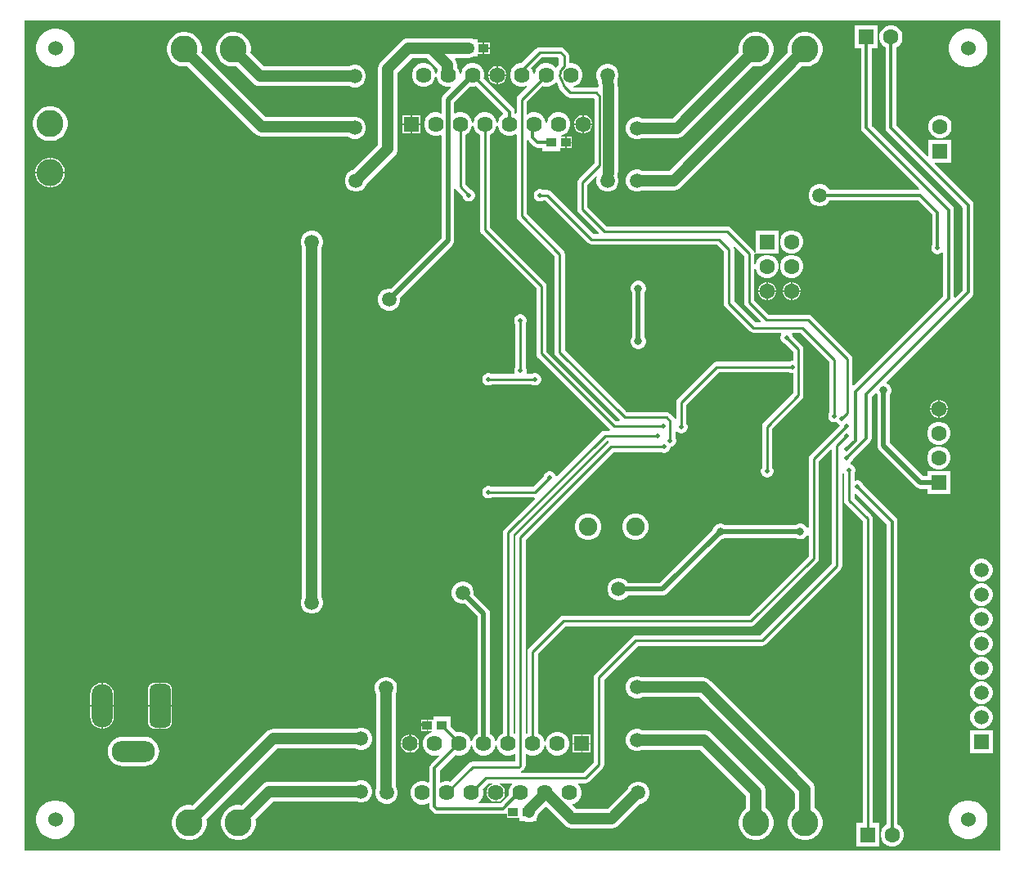
<source format=gbl>
G04*
G04 #@! TF.GenerationSoftware,Altium Limited,Altium Designer,24.1.2 (44)*
G04*
G04 Layer_Physical_Order=2*
G04 Layer_Color=16711680*
%FSLAX44Y44*%
%MOMM*%
G71*
G04*
G04 #@! TF.SameCoordinates,3D4D6B29-C5DB-4252-9A0B-4BD64E52DF01*
G04*
G04*
G04 #@! TF.FilePolarity,Positive*
G04*
G01*
G75*
%ADD13C,0.2500*%
%ADD21R,1.0000X0.9500*%
%ADD72C,0.3000*%
%ADD74C,0.5000*%
%ADD75C,1.2000*%
%ADD81C,1.6000*%
%ADD82R,1.6000X1.6000*%
%ADD83C,2.7940*%
%ADD84C,1.5240*%
%ADD85C,1.5200*%
%ADD86R,1.5200X1.5200*%
%ADD87R,1.6200X1.6200*%
%ADD88C,1.6200*%
%ADD89O,2.2000X4.5000*%
%ADD90O,4.5000X2.2000*%
G04:AMPARAMS|DCode=91|XSize=2.2mm|YSize=4.5mm|CornerRadius=0.55mm|HoleSize=0mm|Usage=FLASHONLY|Rotation=0.000|XOffset=0mm|YOffset=0mm|HoleType=Round|Shape=RoundedRectangle|*
%AMROUNDEDRECTD91*
21,1,2.2000,3.4000,0,0,0.0*
21,1,1.1000,4.5000,0,0,0.0*
1,1,1.1000,0.5500,-1.7000*
1,1,1.1000,-0.5500,-1.7000*
1,1,1.1000,-0.5500,1.7000*
1,1,1.1000,0.5500,1.7000*
%
%ADD91ROUNDEDRECTD91*%
%ADD92C,1.9050*%
%ADD93R,1.6000X1.6000*%
%ADD94C,1.5000*%
%ADD95C,0.5000*%
%ADD96C,0.3000*%
%ADD97C,0.8000*%
G36*
X1012000Y2134D02*
X1011866Y2000D01*
X2500D01*
X2000Y2500D01*
Y860750D01*
X1012000D01*
Y2134D01*
D02*
G37*
%LPC*%
G36*
X483550Y838490D02*
X477915D01*
Y833105D01*
X483550D01*
Y838490D01*
D02*
G37*
G36*
Y831835D02*
X477915D01*
Y826450D01*
X483550D01*
Y831835D01*
D02*
G37*
G36*
X811910Y849170D02*
X808370D01*
X804898Y848479D01*
X801628Y847125D01*
X798685Y845158D01*
X796182Y842655D01*
X794215Y839712D01*
X792861Y836442D01*
X792170Y832970D01*
Y829430D01*
X792491Y827815D01*
X670072Y705396D01*
X641680D01*
X640589Y706026D01*
X637664Y706810D01*
X634636D01*
X631711Y706026D01*
X629089Y704512D01*
X626948Y702371D01*
X625434Y699749D01*
X624650Y696824D01*
Y693796D01*
X625434Y690871D01*
X626948Y688249D01*
X629089Y686108D01*
X631711Y684594D01*
X634636Y683810D01*
X637664D01*
X640589Y684594D01*
X641680Y685224D01*
X674250D01*
X676861Y685567D01*
X679293Y686575D01*
X681382Y688178D01*
X806755Y813551D01*
X808370Y813230D01*
X811910D01*
X815382Y813921D01*
X818652Y815275D01*
X821595Y817242D01*
X824098Y819745D01*
X826065Y822688D01*
X827419Y825958D01*
X828110Y829430D01*
Y832970D01*
X827419Y836442D01*
X826065Y839712D01*
X824098Y842655D01*
X821595Y845158D01*
X818652Y847125D01*
X815382Y848479D01*
X811910Y849170D01*
D02*
G37*
G36*
X761110D02*
X757570D01*
X754098Y848479D01*
X750828Y847125D01*
X747885Y845158D01*
X745382Y842655D01*
X743415Y839712D01*
X742061Y836442D01*
X741370Y832970D01*
Y829430D01*
X741691Y827815D01*
X673424Y759548D01*
X641680D01*
X640589Y760178D01*
X637664Y760962D01*
X634636D01*
X631711Y760178D01*
X629089Y758664D01*
X626948Y756523D01*
X625434Y753901D01*
X624650Y750976D01*
Y747948D01*
X625434Y745023D01*
X626948Y742401D01*
X629089Y740259D01*
X631711Y738745D01*
X634636Y737962D01*
X637664D01*
X640589Y738745D01*
X641680Y739376D01*
X677602D01*
X680212Y739719D01*
X682645Y740727D01*
X684734Y742330D01*
X755955Y813551D01*
X757570Y813230D01*
X761110D01*
X764582Y813921D01*
X767852Y815275D01*
X770795Y817242D01*
X773298Y819745D01*
X775265Y822688D01*
X776619Y825958D01*
X777310Y829430D01*
Y832970D01*
X776619Y836442D01*
X775265Y839712D01*
X773298Y842655D01*
X770795Y845158D01*
X767852Y847125D01*
X764582Y848479D01*
X761110Y849170D01*
D02*
G37*
G36*
X981020Y852470D02*
X977080D01*
X973216Y851701D01*
X969576Y850194D01*
X966301Y848005D01*
X963515Y845219D01*
X961326Y841944D01*
X959819Y838304D01*
X959050Y834440D01*
Y830500D01*
X959819Y826636D01*
X961326Y822996D01*
X963515Y819721D01*
X966301Y816935D01*
X969576Y814746D01*
X973216Y813239D01*
X977080Y812470D01*
X981020D01*
X984884Y813239D01*
X988523Y814746D01*
X991799Y816935D01*
X994585Y819721D01*
X996774Y822996D01*
X998281Y826636D01*
X999050Y830500D01*
Y834440D01*
X998281Y838304D01*
X996774Y841944D01*
X994585Y845219D01*
X991799Y848005D01*
X988523Y850194D01*
X984884Y851701D01*
X981020Y852470D01*
D02*
G37*
G36*
X36140D02*
X32200D01*
X28336Y851701D01*
X24697Y850194D01*
X21421Y848005D01*
X18635Y845219D01*
X16446Y841944D01*
X14939Y838304D01*
X14170Y834440D01*
Y830500D01*
X14939Y826636D01*
X16446Y822996D01*
X18635Y819721D01*
X21421Y816935D01*
X24697Y814746D01*
X28336Y813239D01*
X32200Y812470D01*
X36140D01*
X40004Y813239D01*
X43643Y814746D01*
X46919Y816935D01*
X49705Y819721D01*
X51894Y822996D01*
X53401Y826636D01*
X54170Y830500D01*
Y834440D01*
X53401Y838304D01*
X51894Y841944D01*
X49705Y845219D01*
X46919Y848005D01*
X43643Y850194D01*
X40004Y851701D01*
X36140Y852470D01*
D02*
G37*
G36*
X492604Y813900D02*
X492005D01*
Y805165D01*
X500740D01*
Y805764D01*
X500101Y808147D01*
X498868Y810283D01*
X497123Y812028D01*
X494987Y813261D01*
X492604Y813900D01*
D02*
G37*
G36*
X490735D02*
X490136D01*
X487753Y813261D01*
X485617Y812028D01*
X483872Y810283D01*
X482639Y808147D01*
X482000Y805764D01*
Y805165D01*
X490735D01*
Y813900D01*
D02*
G37*
G36*
X500740Y803895D02*
X492005D01*
Y795160D01*
X492604D01*
X494987Y795799D01*
X497123Y797032D01*
X498868Y798777D01*
X500101Y800913D01*
X500740Y803296D01*
Y803895D01*
D02*
G37*
G36*
X490735D02*
X482000D01*
Y803296D01*
X482639Y800913D01*
X483872Y798777D01*
X485617Y797032D01*
X487753Y795799D01*
X490136Y795160D01*
X490735D01*
Y803895D01*
D02*
G37*
G36*
X220090Y849170D02*
X216550D01*
X213078Y848479D01*
X209808Y847125D01*
X206865Y845158D01*
X204362Y842655D01*
X202395Y839712D01*
X201041Y836442D01*
X200350Y832970D01*
Y829430D01*
X201041Y825958D01*
X202395Y822688D01*
X204362Y819745D01*
X206865Y817242D01*
X209808Y815275D01*
X213078Y813921D01*
X216550Y813230D01*
X220090D01*
X221705Y813551D01*
X239128Y796128D01*
X241217Y794525D01*
X243650Y793517D01*
X246260Y793174D01*
X270390D01*
X271355Y793301D01*
X338688D01*
X339559Y792798D01*
X342484Y792014D01*
X345512D01*
X348437Y792798D01*
X351059Y794312D01*
X353200Y796453D01*
X354714Y799075D01*
X355498Y802000D01*
Y805028D01*
X354714Y807953D01*
X353200Y810575D01*
X351059Y812716D01*
X348437Y814230D01*
X345512Y815014D01*
X342484D01*
X339559Y814230D01*
X338247Y813473D01*
X270517D01*
X269552Y813346D01*
X250438D01*
X235969Y827815D01*
X236290Y829430D01*
Y832970D01*
X235599Y836442D01*
X234245Y839712D01*
X232278Y842655D01*
X229775Y845158D01*
X226832Y847125D01*
X223562Y848479D01*
X220090Y849170D01*
D02*
G37*
G36*
X411840Y763100D02*
X403105D01*
Y754365D01*
X411840D01*
Y763100D01*
D02*
G37*
G36*
X401835D02*
X393100D01*
Y754365D01*
X401835D01*
Y763100D01*
D02*
G37*
G36*
X411840Y753095D02*
X403105D01*
Y744360D01*
X411840D01*
Y753095D01*
D02*
G37*
G36*
X401835D02*
X393100D01*
Y744360D01*
X401835D01*
Y753095D01*
D02*
G37*
G36*
X951420Y763190D02*
X948260D01*
X945208Y762372D01*
X942472Y760792D01*
X940238Y758558D01*
X938658Y755822D01*
X937840Y752770D01*
Y749610D01*
X938658Y746558D01*
X940238Y743822D01*
X942472Y741588D01*
X945208Y740008D01*
X948260Y739190D01*
X951420D01*
X954472Y740008D01*
X957208Y741588D01*
X959442Y743822D01*
X961022Y746558D01*
X961840Y749610D01*
Y752770D01*
X961022Y755822D01*
X959442Y758558D01*
X957208Y760792D01*
X954472Y762372D01*
X951420Y763190D01*
D02*
G37*
G36*
X169290Y849170D02*
X165750D01*
X162278Y848479D01*
X159008Y847125D01*
X156065Y845158D01*
X153562Y842655D01*
X151595Y839712D01*
X150241Y836442D01*
X149550Y832970D01*
Y829430D01*
X150241Y825958D01*
X151595Y822688D01*
X153562Y819745D01*
X156065Y817242D01*
X159008Y815275D01*
X162278Y813921D01*
X165750Y813230D01*
X169290D01*
X170905Y813551D01*
X240398Y744058D01*
X242487Y742455D01*
X244919Y741447D01*
X247530Y741104D01*
X336603D01*
X336989Y740718D01*
X339611Y739204D01*
X342536Y738420D01*
X345564D01*
X348489Y739204D01*
X351111Y740718D01*
X353252Y742859D01*
X354766Y745481D01*
X355550Y748406D01*
Y751434D01*
X354766Y754359D01*
X353252Y756981D01*
X351111Y759122D01*
X348489Y760636D01*
X345564Y761420D01*
X342536D01*
X341989Y761273D01*
X341968Y761276D01*
X251708D01*
X185169Y827815D01*
X185490Y829430D01*
Y832970D01*
X184799Y836442D01*
X183445Y839712D01*
X181478Y842655D01*
X178975Y845158D01*
X176032Y847125D01*
X172762Y848479D01*
X169290Y849170D01*
D02*
G37*
G36*
X30520Y772270D02*
X26980D01*
X23508Y771579D01*
X20238Y770225D01*
X17295Y768258D01*
X14792Y765755D01*
X12825Y762812D01*
X11471Y759542D01*
X10780Y756070D01*
Y752530D01*
X11471Y749058D01*
X12825Y745788D01*
X14792Y742845D01*
X17295Y740342D01*
X20238Y738375D01*
X23508Y737021D01*
X26980Y736330D01*
X30520D01*
X33992Y737021D01*
X37262Y738375D01*
X40205Y740342D01*
X42708Y742845D01*
X44675Y745788D01*
X46029Y749058D01*
X46720Y752530D01*
Y756070D01*
X46029Y759542D01*
X44675Y762812D01*
X42708Y765755D01*
X40205Y768258D01*
X37262Y770225D01*
X33992Y771579D01*
X30520Y772270D01*
D02*
G37*
G36*
X30251Y718740D02*
X29385D01*
Y704135D01*
X43990D01*
Y705001D01*
X43404Y707945D01*
X42256Y710719D01*
X40588Y713215D01*
X38465Y715338D01*
X35969Y717005D01*
X33195Y718154D01*
X30251Y718740D01*
D02*
G37*
G36*
X28115D02*
X27249D01*
X24305Y718154D01*
X21531Y717005D01*
X19035Y715338D01*
X16912Y713215D01*
X15244Y710719D01*
X14096Y707945D01*
X13510Y705001D01*
Y704135D01*
X28115D01*
Y718740D01*
D02*
G37*
G36*
X43990Y702865D02*
X29385D01*
Y688260D01*
X30251D01*
X33195Y688846D01*
X35969Y689995D01*
X38465Y691662D01*
X40588Y693785D01*
X42256Y696281D01*
X43404Y699055D01*
X43990Y701999D01*
Y702865D01*
D02*
G37*
G36*
X28115D02*
X13510D01*
Y701999D01*
X14096Y699055D01*
X15244Y696281D01*
X16912Y693785D01*
X19035Y691662D01*
X21531Y689995D01*
X24305Y688846D01*
X27249Y688260D01*
X28115D01*
Y702865D01*
D02*
G37*
G36*
X797750Y643810D02*
X794590D01*
X791538Y642992D01*
X788802Y641412D01*
X786568Y639178D01*
X784988Y636442D01*
X784170Y633390D01*
Y630230D01*
X784988Y627178D01*
X786568Y624442D01*
X788802Y622208D01*
X791538Y620628D01*
X794590Y619810D01*
X797750D01*
X800802Y620628D01*
X803538Y622208D01*
X805772Y624442D01*
X807352Y627178D01*
X808170Y630230D01*
Y633390D01*
X807352Y636442D01*
X805772Y639178D01*
X803538Y641412D01*
X800802Y642992D01*
X797750Y643810D01*
D02*
G37*
G36*
Y618410D02*
X794590D01*
X791538Y617592D01*
X788802Y616012D01*
X786568Y613778D01*
X784988Y611042D01*
X784170Y607990D01*
Y604830D01*
X784988Y601778D01*
X786568Y599042D01*
X788802Y596808D01*
X791538Y595228D01*
X794590Y594410D01*
X797750D01*
X800802Y595228D01*
X803538Y596808D01*
X805772Y599042D01*
X807352Y601778D01*
X808170Y604830D01*
Y607990D01*
X807352Y611042D01*
X805772Y613778D01*
X803538Y616012D01*
X800802Y617592D01*
X797750Y618410D01*
D02*
G37*
G36*
X797390Y590280D02*
X796805D01*
Y581645D01*
X805440D01*
Y582230D01*
X804808Y584588D01*
X803588Y586702D01*
X801862Y588428D01*
X799748Y589648D01*
X797390Y590280D01*
D02*
G37*
G36*
X771990D02*
X771405D01*
Y581645D01*
X780040D01*
Y582230D01*
X779408Y584588D01*
X778188Y586702D01*
X776462Y588428D01*
X774348Y589648D01*
X771990Y590280D01*
D02*
G37*
G36*
X795535D02*
X794950D01*
X792592Y589648D01*
X790478Y588428D01*
X788752Y586702D01*
X787532Y584588D01*
X786900Y582230D01*
Y581645D01*
X795535D01*
Y590280D01*
D02*
G37*
G36*
X770135D02*
X769550D01*
X767192Y589648D01*
X765078Y588428D01*
X763352Y586702D01*
X762132Y584588D01*
X761500Y582230D01*
Y581645D01*
X770135D01*
Y590280D01*
D02*
G37*
G36*
X900620Y855900D02*
X897460D01*
X894408Y855082D01*
X891672Y853502D01*
X889438Y851268D01*
X887858Y848532D01*
X887040Y845480D01*
Y842320D01*
X887858Y839268D01*
X889438Y836532D01*
X891672Y834298D01*
X893432Y833281D01*
Y749920D01*
X893859Y747774D01*
X895075Y745955D01*
X973442Y667587D01*
Y582063D01*
X965608Y574228D01*
X964338Y574754D01*
Y664830D01*
X963911Y666976D01*
X962695Y668795D01*
X879248Y752243D01*
Y831900D01*
X885640D01*
Y855900D01*
X861640D01*
Y831900D01*
X868032D01*
Y749920D01*
X868459Y747774D01*
X869675Y745955D01*
X928682Y686948D01*
X928156Y685678D01*
X835421D01*
X834582Y687131D01*
X832441Y689272D01*
X829819Y690786D01*
X826894Y691570D01*
X823866D01*
X820941Y690786D01*
X818319Y689272D01*
X816178Y687131D01*
X814664Y684509D01*
X813880Y681584D01*
Y678556D01*
X814664Y675631D01*
X816178Y673009D01*
X818319Y670868D01*
X820941Y669354D01*
X823866Y668570D01*
X826894D01*
X829819Y669354D01*
X832441Y670868D01*
X834582Y673009D01*
X835421Y674462D01*
X927197D01*
X941692Y659967D01*
Y628747D01*
X941243Y627969D01*
X940800Y626316D01*
Y624604D01*
X941243Y622951D01*
X942099Y621469D01*
X943309Y620259D01*
X944791Y619403D01*
X946444Y618960D01*
X948156D01*
X949809Y619403D01*
X951291Y620259D01*
X951852Y620820D01*
X953122Y620294D01*
Y575713D01*
X860455Y483046D01*
X859282Y483532D01*
Y510551D01*
X858875Y512599D01*
X857714Y514336D01*
X817074Y554976D01*
X815338Y556136D01*
X813289Y556544D01*
X772326D01*
X757682Y571188D01*
Y603984D01*
X758952Y604151D01*
X759588Y601778D01*
X761168Y599042D01*
X763402Y596808D01*
X766138Y595228D01*
X769190Y594410D01*
X772350D01*
X775402Y595228D01*
X778138Y596808D01*
X780372Y599042D01*
X781952Y601778D01*
X782770Y604830D01*
Y607990D01*
X781952Y611042D01*
X780372Y613778D01*
X778138Y616012D01*
X775402Y617592D01*
X772350Y618410D01*
X769190D01*
X766138Y617592D01*
X763402Y616012D01*
X761168Y613778D01*
X759588Y611042D01*
X758952Y608669D01*
X757682Y608836D01*
Y618288D01*
X757869Y619446D01*
X757869Y619446D01*
Y619446D01*
X758261Y619605D01*
X759420Y619810D01*
X759420D01*
Y619810D01*
X782770D01*
Y643810D01*
X758770D01*
Y621075D01*
X758770Y620977D01*
X758753Y620809D01*
X757563Y620692D01*
Y620692D01*
X757563D01*
X757275Y621819D01*
X757222Y621898D01*
X756114Y623556D01*
X733174Y646496D01*
X731438Y647656D01*
X729389Y648064D01*
X604766D01*
X584962Y667868D01*
Y691214D01*
X593691Y699942D01*
X594829Y699285D01*
X594170Y696824D01*
Y693796D01*
X594954Y690871D01*
X596468Y688249D01*
X598609Y686108D01*
X601231Y684594D01*
X604156Y683810D01*
X607184D01*
X610109Y684594D01*
X612731Y686108D01*
X614872Y688249D01*
X616386Y690871D01*
X617170Y693796D01*
Y696824D01*
X616386Y699749D01*
X616144Y700168D01*
X616618Y706553D01*
X616596Y706927D01*
X616646Y707299D01*
Y786242D01*
X616613Y786487D01*
X616634Y786732D01*
X616015Y799448D01*
X616386Y800091D01*
X617170Y803016D01*
Y806044D01*
X616386Y808969D01*
X614872Y811591D01*
X612731Y813732D01*
X610109Y815246D01*
X607184Y816030D01*
X604156D01*
X601231Y815246D01*
X598609Y813732D01*
X596468Y811591D01*
X594954Y808969D01*
X594170Y806044D01*
Y803016D01*
X594954Y800091D01*
X595864Y798514D01*
X596175Y792132D01*
X594947Y791221D01*
X593579Y791494D01*
X570575D01*
X570408Y792764D01*
X572240Y793255D01*
X575000Y794848D01*
X577252Y797100D01*
X578845Y799860D01*
X579670Y802937D01*
Y806123D01*
X578845Y809200D01*
X577252Y811960D01*
X575000Y814212D01*
X572240Y815805D01*
X569163Y816630D01*
X565977D01*
X565912Y816680D01*
Y824241D01*
X565505Y826289D01*
X564344Y828026D01*
X560534Y831836D01*
X558798Y832996D01*
X556749Y833404D01*
X535159D01*
X533111Y832996D01*
X531374Y831836D01*
X516168Y816630D01*
X515177D01*
X512100Y815805D01*
X509340Y814212D01*
X507088Y811960D01*
X505495Y809200D01*
X504670Y806123D01*
Y802937D01*
X505495Y799860D01*
X507088Y797100D01*
X509340Y794848D01*
X512100Y793255D01*
X515177Y792430D01*
X518363D01*
X521440Y793255D01*
X521649Y793375D01*
X522429Y792359D01*
X512985Y782915D01*
X511825Y781178D01*
X511417Y779130D01*
Y765651D01*
X510147Y764918D01*
X509678Y765189D01*
Y766430D01*
X509251Y768576D01*
X508035Y770395D01*
X477525Y800905D01*
X478070Y802937D01*
Y806123D01*
X477245Y809200D01*
X475652Y811960D01*
X473400Y814212D01*
X470640Y815805D01*
X467563Y816630D01*
X464377D01*
X461300Y815805D01*
X458540Y814212D01*
X456288Y811960D01*
X454695Y809200D01*
X453870Y806123D01*
X452670D01*
X451845Y809200D01*
X450252Y811960D01*
X449853Y812359D01*
Y815360D01*
X449509Y817971D01*
X448501Y820403D01*
X447856Y821245D01*
X448417Y822384D01*
X462280D01*
X464891Y822727D01*
X467287Y823720D01*
X471280D01*
Y826450D01*
X476645D01*
Y832470D01*
X477280D01*
D01*
X476645D01*
Y838490D01*
X471280D01*
Y841220D01*
X467287D01*
X464891Y842213D01*
X462280Y842556D01*
X399339D01*
X396729Y842213D01*
X394296Y841205D01*
X392207Y839602D01*
X371208Y818603D01*
X369605Y816514D01*
X368597Y814081D01*
X368254Y811470D01*
Y732508D01*
X342098Y706352D01*
X340881Y706026D01*
X338259Y704512D01*
X336118Y702371D01*
X334604Y699749D01*
X333820Y696824D01*
Y693796D01*
X334604Y690871D01*
X336118Y688249D01*
X338259Y686108D01*
X340881Y684594D01*
X343806Y683810D01*
X346834D01*
X349759Y684594D01*
X352381Y686108D01*
X354522Y688249D01*
X356036Y690871D01*
X356362Y692088D01*
X385472Y721198D01*
X387075Y723287D01*
X388083Y725720D01*
X388426Y728330D01*
Y807293D01*
X403517Y822384D01*
X418479D01*
X429680Y811182D01*
Y809868D01*
X429295Y809200D01*
X428470Y806123D01*
X427270D01*
X426445Y809200D01*
X424852Y811960D01*
X422600Y814212D01*
X419840Y815805D01*
X416763Y816630D01*
X413577D01*
X410500Y815805D01*
X407740Y814212D01*
X405488Y811960D01*
X403895Y809200D01*
X403070Y806123D01*
Y802937D01*
X403895Y799860D01*
X405488Y797100D01*
X407740Y794848D01*
X410500Y793255D01*
X413577Y792430D01*
X416763D01*
X419840Y793255D01*
X422600Y794848D01*
X424852Y797100D01*
X426445Y799860D01*
X427270Y802937D01*
X428470D01*
X429295Y799860D01*
X430888Y797100D01*
X433140Y794848D01*
X435900Y793255D01*
X438977Y792430D01*
X442163D01*
X443036Y792664D01*
X443694Y791525D01*
X435834Y783666D01*
X434792Y782308D01*
X434137Y780727D01*
X433914Y779030D01*
Y765482D01*
X432814Y764847D01*
X432540Y765005D01*
X429463Y765830D01*
X426277D01*
X423200Y765005D01*
X420440Y763412D01*
X418188Y761160D01*
X416595Y758400D01*
X415770Y755323D01*
Y752137D01*
X416595Y749060D01*
X418188Y746300D01*
X420440Y744048D01*
X423200Y742455D01*
X426277Y741630D01*
X429463D01*
X432540Y742455D01*
X432814Y742613D01*
X433914Y741978D01*
Y635696D01*
X381687Y583469D01*
X381124Y583620D01*
X378096D01*
X375171Y582836D01*
X372549Y581322D01*
X370408Y579181D01*
X368894Y576559D01*
X368110Y573634D01*
Y570606D01*
X368894Y567681D01*
X370408Y565059D01*
X372549Y562918D01*
X375171Y561404D01*
X378096Y560620D01*
X381124D01*
X384049Y561404D01*
X386671Y562918D01*
X388812Y565059D01*
X390326Y567681D01*
X391110Y570606D01*
Y573634D01*
X390959Y574197D01*
X445106Y628344D01*
X446148Y629702D01*
X446803Y631283D01*
X447026Y632980D01*
Y686930D01*
X448296Y687055D01*
X448325Y686912D01*
X449485Y685175D01*
X455738Y678922D01*
X456103Y677561D01*
X456959Y676079D01*
X458169Y674869D01*
X459651Y674013D01*
X461304Y673570D01*
X463016D01*
X464669Y674013D01*
X466151Y674869D01*
X467361Y676079D01*
X468217Y677561D01*
X468660Y679214D01*
Y680926D01*
X468217Y682579D01*
X467361Y684061D01*
X466151Y685271D01*
X464669Y686127D01*
X463308Y686491D01*
X458623Y691177D01*
Y742849D01*
X460700Y744048D01*
X462952Y746300D01*
X464545Y749060D01*
X465370Y752137D01*
X466570D01*
X467395Y749060D01*
X468988Y746300D01*
X471240Y744048D01*
X473317Y742849D01*
Y644510D01*
X473725Y642462D01*
X474885Y640725D01*
X531737Y583873D01*
Y516240D01*
X532145Y514192D01*
X533305Y512455D01*
X608102Y437658D01*
X607576Y436388D01*
X603015D01*
X600966Y435980D01*
X599230Y434820D01*
X553677Y389267D01*
X552260Y389646D01*
X552037Y390479D01*
X551181Y391961D01*
X549971Y393171D01*
X548489Y394027D01*
X546836Y394470D01*
X545124D01*
X543471Y394027D01*
X541989Y393171D01*
X540779Y391961D01*
X539923Y390479D01*
X539558Y389118D01*
X528523Y378083D01*
X486209D01*
X484989Y378787D01*
X483336Y379230D01*
X481624D01*
X479971Y378787D01*
X478489Y377931D01*
X477279Y376721D01*
X476423Y375239D01*
X475980Y373586D01*
Y371874D01*
X476423Y370221D01*
X477279Y368739D01*
X478489Y367529D01*
X479971Y366673D01*
X481624Y366230D01*
X483336D01*
X484989Y366673D01*
X486209Y367377D01*
X529991D01*
X530517Y366107D01*
X499015Y334605D01*
X497855Y332868D01*
X497447Y330820D01*
Y123261D01*
X495370Y122062D01*
X493118Y119810D01*
X491525Y117050D01*
X490700Y113973D01*
X489500D01*
X488675Y117050D01*
X487082Y119810D01*
X484830Y122062D01*
X483956Y122567D01*
Y247000D01*
X483733Y248697D01*
X483078Y250278D01*
X482036Y251636D01*
X467159Y266513D01*
X467310Y267076D01*
Y270104D01*
X466526Y273029D01*
X465012Y275651D01*
X462871Y277792D01*
X460249Y279306D01*
X457324Y280090D01*
X454296D01*
X451371Y279306D01*
X448749Y277792D01*
X446608Y275651D01*
X445094Y273029D01*
X444310Y270104D01*
Y267076D01*
X445094Y264151D01*
X446608Y261529D01*
X448749Y259388D01*
X451371Y257874D01*
X454296Y257090D01*
X457324D01*
X457887Y257241D01*
X470844Y244284D01*
Y122567D01*
X469970Y122062D01*
X467718Y119810D01*
X466125Y117050D01*
X465300Y113973D01*
X464100D01*
X463275Y117050D01*
X461682Y119810D01*
X459430Y122062D01*
X456670Y123655D01*
X453593Y124480D01*
X450407D01*
X449479Y124231D01*
X443100Y130611D01*
Y140180D01*
X425100D01*
Y137450D01*
X419735D01*
Y131430D01*
Y125410D01*
X423571D01*
X423738Y124140D01*
X421930Y123655D01*
X419170Y122062D01*
X416918Y119810D01*
X415325Y117050D01*
X414500Y113973D01*
Y110787D01*
X415325Y107710D01*
X416918Y104950D01*
X419170Y102698D01*
X421930Y101105D01*
X425007Y100280D01*
X428193D01*
X430898Y101005D01*
X431556Y99866D01*
X422635Y90945D01*
X421419Y89126D01*
X420992Y86980D01*
Y72727D01*
X419892Y72092D01*
X418570Y72855D01*
X415493Y73680D01*
X412307D01*
X409230Y72855D01*
X406470Y71262D01*
X404218Y69010D01*
X402625Y66250D01*
X401800Y63173D01*
Y59987D01*
X402625Y56910D01*
X404218Y54150D01*
X406470Y51898D01*
X409230Y50305D01*
X412307Y49480D01*
X415493D01*
X418570Y50305D01*
X419892Y51068D01*
X420992Y50433D01*
Y47610D01*
X421419Y45464D01*
X422635Y43645D01*
X425175Y41105D01*
X426994Y39889D01*
X429140Y39462D01*
X497110D01*
X499256Y39889D01*
X500460Y40693D01*
X501730Y40015D01*
Y35240D01*
X507365D01*
Y41260D01*
X508635D01*
Y35240D01*
X514000D01*
Y32510D01*
X519263D01*
X521660Y31517D01*
X524270Y31174D01*
X526880Y31517D01*
X529277Y32510D01*
X532000D01*
Y34907D01*
X533005Y36217D01*
X534013Y38649D01*
X534110Y39389D01*
X542037Y47316D01*
X561575Y27778D01*
X563663Y26175D01*
X566096Y25167D01*
X568707Y24824D01*
X609938D01*
X612549Y25167D01*
X614981Y26175D01*
X617070Y27778D01*
X639533Y50241D01*
X641859Y50864D01*
X644481Y52378D01*
X646622Y54519D01*
X648136Y57141D01*
X648920Y60066D01*
Y63094D01*
X648136Y66019D01*
X646622Y68641D01*
X644481Y70782D01*
X641859Y72296D01*
X638934Y73080D01*
X635906D01*
X632981Y72296D01*
X630359Y70782D01*
X628218Y68641D01*
X626704Y66019D01*
X626675Y65911D01*
X605760Y44996D01*
X572884D01*
X569191Y48689D01*
X569520Y49916D01*
X570970Y50305D01*
X573730Y51898D01*
X575982Y54150D01*
X577575Y56910D01*
X578400Y59987D01*
Y63173D01*
X577575Y66250D01*
X575982Y69010D01*
X574795Y70197D01*
X575321Y71467D01*
X582810D01*
X584858Y71875D01*
X586595Y73035D01*
X600565Y87005D01*
X601725Y88742D01*
X602133Y90790D01*
Y178743D01*
X637097Y213707D01*
X765690D01*
X767738Y214115D01*
X769475Y215275D01*
X846945Y292745D01*
X848105Y294482D01*
X848513Y296530D01*
Y392989D01*
X849783Y393156D01*
X849803Y393081D01*
X850507Y391861D01*
Y364434D01*
X850915Y362385D01*
X852075Y360648D01*
X869557Y343166D01*
Y30130D01*
X862910D01*
Y6130D01*
X886910D01*
Y30130D01*
X880263D01*
Y345383D01*
X879855Y347432D01*
X878695Y349169D01*
X861213Y366651D01*
Y371180D01*
X862483Y372058D01*
X862604Y372025D01*
X894702Y339927D01*
Y28749D01*
X892942Y27732D01*
X890708Y25498D01*
X889128Y22762D01*
X888310Y19710D01*
Y16550D01*
X889128Y13498D01*
X890708Y10762D01*
X892942Y8528D01*
X895678Y6948D01*
X898730Y6130D01*
X901890D01*
X904942Y6948D01*
X907678Y8528D01*
X909912Y10762D01*
X911492Y13498D01*
X912310Y16550D01*
Y19710D01*
X911492Y22762D01*
X909912Y25498D01*
X907678Y27732D01*
X905918Y28749D01*
Y342250D01*
X905491Y344396D01*
X904275Y346215D01*
X870535Y379956D01*
X870302Y380824D01*
X869446Y382306D01*
X868236Y383516D01*
X866754Y384372D01*
X865101Y384815D01*
X863390D01*
X862483Y384572D01*
X861213Y385449D01*
Y391861D01*
X861917Y393081D01*
X862360Y394734D01*
Y396446D01*
X861917Y398099D01*
X861061Y399581D01*
X859851Y400791D01*
X858369Y401647D01*
X857676Y401833D01*
X857453Y402599D01*
X857435Y403212D01*
X858521Y404299D01*
X859377Y405781D01*
X859610Y406649D01*
X877605Y424645D01*
X878821Y426464D01*
X879248Y428610D01*
Y472007D01*
X882619Y475378D01*
X883847Y475142D01*
X884010Y474974D01*
X884864Y473495D01*
Y420990D01*
X885087Y419293D01*
X885742Y417712D01*
X886784Y416354D01*
X924884Y378254D01*
X926242Y377212D01*
X927823Y376557D01*
X929520Y376334D01*
X936570D01*
Y370890D01*
X960570D01*
Y394890D01*
X936570D01*
Y389446D01*
X932236D01*
X897976Y423706D01*
Y473495D01*
X898875Y475052D01*
X899420Y477087D01*
Y479193D01*
X898875Y481228D01*
X897822Y483052D01*
X896332Y484542D01*
X894586Y485550D01*
X894418Y485713D01*
X894182Y486941D01*
X983015Y575775D01*
X984231Y577594D01*
X984658Y579740D01*
Y669910D01*
X984231Y672056D01*
X983015Y673875D01*
X944274Y712617D01*
X944760Y713790D01*
X961840D01*
Y737790D01*
X937840D01*
Y720710D01*
X936667Y720224D01*
X904648Y752243D01*
Y833281D01*
X906408Y834298D01*
X908642Y836532D01*
X910222Y839268D01*
X911040Y842320D01*
Y845480D01*
X910222Y848532D01*
X908642Y851268D01*
X906408Y853502D01*
X903672Y855082D01*
X900620Y855900D01*
D02*
G37*
G36*
X805440Y580375D02*
X796805D01*
Y571740D01*
X797390D01*
X799748Y572372D01*
X801862Y573592D01*
X803588Y575318D01*
X804808Y577432D01*
X805440Y579790D01*
Y580375D01*
D02*
G37*
G36*
X795535D02*
X786900D01*
Y579790D01*
X787532Y577432D01*
X788752Y575318D01*
X790478Y573592D01*
X792592Y572372D01*
X794950Y571740D01*
X795535D01*
Y580375D01*
D02*
G37*
G36*
X780040D02*
X771405D01*
Y571740D01*
X771990D01*
X774348Y572372D01*
X776462Y573592D01*
X778188Y575318D01*
X779408Y577432D01*
X780040Y579790D01*
Y580375D01*
D02*
G37*
G36*
X770135D02*
X761500D01*
Y579790D01*
X762132Y577432D01*
X763352Y575318D01*
X765078Y573592D01*
X767192Y572372D01*
X769550Y571740D01*
X770135D01*
Y580375D01*
D02*
G37*
G36*
X516356Y557030D02*
X514644D01*
X512991Y556587D01*
X511509Y555731D01*
X510299Y554521D01*
X509443Y553039D01*
X509000Y551386D01*
Y549674D01*
X509443Y548021D01*
X510147Y546801D01*
Y502189D01*
X509443Y500969D01*
X509000Y499316D01*
Y497604D01*
X509378Y496193D01*
X508753Y494923D01*
X486209D01*
X484989Y495627D01*
X483336Y496070D01*
X481624D01*
X479971Y495627D01*
X478489Y494771D01*
X477279Y493561D01*
X476423Y492079D01*
X475980Y490426D01*
Y488714D01*
X476423Y487061D01*
X477279Y485579D01*
X478489Y484369D01*
X479971Y483513D01*
X481624Y483070D01*
X483336D01*
X484989Y483513D01*
X486209Y484217D01*
X527011D01*
X528231Y483513D01*
X529884Y483070D01*
X531596D01*
X533249Y483513D01*
X534731Y484369D01*
X535941Y485579D01*
X536797Y487061D01*
X537240Y488714D01*
Y490426D01*
X536797Y492079D01*
X535941Y493561D01*
X534731Y494771D01*
X533249Y495627D01*
X531596Y496070D01*
X529884D01*
X528231Y495627D01*
X527011Y494923D01*
X522247D01*
X521622Y496193D01*
X522000Y497604D01*
Y499316D01*
X521557Y500969D01*
X520853Y502189D01*
Y546801D01*
X521557Y548021D01*
X522000Y549674D01*
Y551386D01*
X521557Y553039D01*
X520701Y554521D01*
X519491Y555731D01*
X518009Y556587D01*
X516356Y557030D01*
D02*
G37*
G36*
X949790Y468360D02*
X949205D01*
Y459725D01*
X957840D01*
Y460310D01*
X957208Y462668D01*
X955988Y464782D01*
X954262Y466508D01*
X952148Y467728D01*
X949790Y468360D01*
D02*
G37*
G36*
X947935D02*
X947350D01*
X944992Y467728D01*
X942878Y466508D01*
X941152Y464782D01*
X939932Y462668D01*
X939300Y460310D01*
Y459725D01*
X947935D01*
Y468360D01*
D02*
G37*
G36*
X957840Y458455D02*
X949205D01*
Y449820D01*
X949790D01*
X952148Y450452D01*
X954262Y451672D01*
X955988Y453398D01*
X957208Y455512D01*
X957840Y457870D01*
Y458455D01*
D02*
G37*
G36*
X947935D02*
X939300D01*
Y457870D01*
X939932Y455512D01*
X941152Y453398D01*
X942878Y451672D01*
X944992Y450452D01*
X947350Y449820D01*
X947935D01*
Y458455D01*
D02*
G37*
G36*
X950150Y445690D02*
X946990D01*
X943938Y444872D01*
X941202Y443292D01*
X938968Y441058D01*
X937388Y438322D01*
X936570Y435270D01*
Y432110D01*
X937388Y429058D01*
X938968Y426322D01*
X941202Y424088D01*
X943938Y422508D01*
X946990Y421690D01*
X950150D01*
X953202Y422508D01*
X955938Y424088D01*
X958172Y426322D01*
X959752Y429058D01*
X960570Y432110D01*
Y435270D01*
X959752Y438322D01*
X958172Y441058D01*
X955938Y443292D01*
X953202Y444872D01*
X950150Y445690D01*
D02*
G37*
G36*
Y420290D02*
X946990D01*
X943938Y419472D01*
X941202Y417892D01*
X938968Y415658D01*
X937388Y412922D01*
X936570Y409870D01*
Y406710D01*
X937388Y403658D01*
X938968Y400922D01*
X941202Y398688D01*
X943938Y397108D01*
X946990Y396290D01*
X950150D01*
X953202Y397108D01*
X955938Y398688D01*
X958172Y400922D01*
X959752Y403658D01*
X960570Y406710D01*
Y409870D01*
X959752Y412922D01*
X958172Y415658D01*
X955938Y417892D01*
X953202Y419472D01*
X950150Y420290D01*
D02*
G37*
G36*
X994227Y303665D02*
X991173D01*
X988223Y302875D01*
X985577Y301348D01*
X983418Y299188D01*
X981890Y296543D01*
X981100Y293593D01*
Y290538D01*
X981890Y287588D01*
X983418Y284943D01*
X985577Y282783D01*
X988223Y281256D01*
X991173Y280466D01*
X994227D01*
X997177Y281256D01*
X999822Y282783D01*
X1001982Y284943D01*
X1003509Y287588D01*
X1004300Y290538D01*
Y293593D01*
X1003509Y296543D01*
X1001982Y299188D01*
X999822Y301348D01*
X997177Y302875D01*
X994227Y303665D01*
D02*
G37*
G36*
Y278265D02*
X991173D01*
X988223Y277475D01*
X985577Y275948D01*
X983418Y273788D01*
X981890Y271143D01*
X981100Y268193D01*
Y265138D01*
X981890Y262188D01*
X983418Y259543D01*
X985577Y257383D01*
X988223Y255856D01*
X991173Y255065D01*
X994227D01*
X997177Y255856D01*
X999822Y257383D01*
X1001982Y259543D01*
X1003509Y262188D01*
X1004300Y265138D01*
Y268193D01*
X1003509Y271143D01*
X1001982Y273788D01*
X999822Y275948D01*
X997177Y277475D01*
X994227Y278265D01*
D02*
G37*
G36*
X301114Y643310D02*
X298086D01*
X295161Y642526D01*
X292539Y641012D01*
X290398Y638871D01*
X288884Y636249D01*
X288100Y633324D01*
Y630296D01*
X288884Y627371D01*
X289514Y626280D01*
Y263960D01*
X288884Y262869D01*
X288100Y259944D01*
Y256916D01*
X288884Y253991D01*
X290398Y251369D01*
X292539Y249228D01*
X295161Y247714D01*
X298086Y246930D01*
X301114D01*
X304039Y247714D01*
X306661Y249228D01*
X308802Y251369D01*
X310316Y253991D01*
X311100Y256916D01*
Y259944D01*
X310316Y262869D01*
X309686Y263960D01*
Y626280D01*
X310316Y627371D01*
X311100Y630296D01*
Y633324D01*
X310316Y636249D01*
X308802Y638871D01*
X306661Y641012D01*
X304039Y642526D01*
X301114Y643310D01*
D02*
G37*
G36*
X994227Y252865D02*
X991173D01*
X988223Y252075D01*
X985577Y250548D01*
X983418Y248388D01*
X981890Y245743D01*
X981100Y242793D01*
Y239738D01*
X981890Y236788D01*
X983418Y234143D01*
X985577Y231983D01*
X988223Y230456D01*
X991173Y229666D01*
X994227D01*
X997177Y230456D01*
X999822Y231983D01*
X1001982Y234143D01*
X1003509Y236788D01*
X1004300Y239738D01*
Y242793D01*
X1003509Y245743D01*
X1001982Y248388D01*
X999822Y250548D01*
X997177Y252075D01*
X994227Y252865D01*
D02*
G37*
G36*
Y227465D02*
X991173D01*
X988223Y226675D01*
X985577Y225148D01*
X983418Y222988D01*
X981890Y220343D01*
X981100Y217393D01*
Y214338D01*
X981890Y211388D01*
X983418Y208743D01*
X985577Y206583D01*
X988223Y205056D01*
X991173Y204265D01*
X994227D01*
X997177Y205056D01*
X999822Y206583D01*
X1001982Y208743D01*
X1003509Y211388D01*
X1004300Y214338D01*
Y217393D01*
X1003509Y220343D01*
X1001982Y222988D01*
X999822Y225148D01*
X997177Y226675D01*
X994227Y227465D01*
D02*
G37*
G36*
Y202065D02*
X991173D01*
X988223Y201275D01*
X985577Y199748D01*
X983418Y197588D01*
X981890Y194943D01*
X981100Y191993D01*
Y188938D01*
X981890Y185988D01*
X983418Y183343D01*
X985577Y181183D01*
X988223Y179656D01*
X991173Y178866D01*
X994227D01*
X997177Y179656D01*
X999822Y181183D01*
X1001982Y183343D01*
X1003509Y185988D01*
X1004300Y188938D01*
Y191993D01*
X1003509Y194943D01*
X1001982Y197588D01*
X999822Y199748D01*
X997177Y201275D01*
X994227Y202065D01*
D02*
G37*
G36*
Y176665D02*
X991173D01*
X988223Y175875D01*
X985577Y174348D01*
X983418Y172188D01*
X981890Y169543D01*
X981100Y166593D01*
Y163538D01*
X981890Y160588D01*
X983418Y157943D01*
X985577Y155783D01*
X988223Y154256D01*
X991173Y153465D01*
X994227D01*
X997177Y154256D01*
X999822Y155783D01*
X1001982Y157943D01*
X1003509Y160588D01*
X1004300Y163538D01*
Y166593D01*
X1003509Y169543D01*
X1001982Y172188D01*
X999822Y174348D01*
X997177Y175875D01*
X994227Y176665D01*
D02*
G37*
G36*
X147930Y175578D02*
X143065D01*
Y152385D01*
X154758D01*
Y168750D01*
X154526Y170517D01*
X153844Y172164D01*
X152758Y173578D01*
X151344Y174664D01*
X149697Y175346D01*
X147930Y175578D01*
D02*
G37*
G36*
X141795D02*
X136930D01*
X135163Y175346D01*
X133516Y174664D01*
X132102Y173578D01*
X131016Y172164D01*
X130334Y170517D01*
X130102Y168750D01*
Y152385D01*
X141795D01*
Y175578D01*
D02*
G37*
G36*
X83065Y175542D02*
Y152385D01*
X94806D01*
Y163250D01*
X94384Y166453D01*
X93148Y169438D01*
X91181Y172001D01*
X88618Y173968D01*
X85633Y175204D01*
X83065Y175542D01*
D02*
G37*
G36*
X81795D02*
X79227Y175204D01*
X76242Y173968D01*
X73679Y172001D01*
X71712Y169438D01*
X70476Y166453D01*
X70054Y163250D01*
Y152385D01*
X81795D01*
Y175542D01*
D02*
G37*
G36*
X418465Y137450D02*
X412830D01*
Y132065D01*
X418465D01*
Y137450D01*
D02*
G37*
G36*
X994227Y151265D02*
X991173D01*
X988223Y150475D01*
X985577Y148948D01*
X983418Y146788D01*
X981890Y144143D01*
X981100Y141193D01*
Y138138D01*
X981890Y135188D01*
X983418Y132543D01*
X985577Y130383D01*
X988223Y128856D01*
X991173Y128066D01*
X994227D01*
X997177Y128856D01*
X999822Y130383D01*
X1001982Y132543D01*
X1003509Y135188D01*
X1004300Y138138D01*
Y141193D01*
X1003509Y144143D01*
X1001982Y146788D01*
X999822Y148948D01*
X997177Y150475D01*
X994227Y151265D01*
D02*
G37*
G36*
X94806Y151115D02*
X83065D01*
Y127958D01*
X85633Y128296D01*
X88618Y129532D01*
X91181Y131499D01*
X93148Y134062D01*
X94384Y137047D01*
X94806Y140250D01*
Y151115D01*
D02*
G37*
G36*
X81795D02*
X70054D01*
Y140250D01*
X70476Y137047D01*
X71712Y134062D01*
X73679Y131499D01*
X76242Y129532D01*
X79227Y128296D01*
X81795Y127958D01*
Y151115D01*
D02*
G37*
G36*
X154758D02*
X143065D01*
Y127922D01*
X147930D01*
X149697Y128154D01*
X151344Y128836D01*
X152758Y129922D01*
X153844Y131336D01*
X154526Y132983D01*
X154758Y134750D01*
Y151115D01*
D02*
G37*
G36*
X141795D02*
X130102D01*
Y134750D01*
X130334Y132983D01*
X131016Y131336D01*
X132102Y129922D01*
X133516Y128836D01*
X135163Y128154D01*
X136930Y127922D01*
X141795D01*
Y151115D01*
D02*
G37*
G36*
X418465Y130795D02*
X412830D01*
Y125410D01*
X418465D01*
Y130795D01*
D02*
G37*
G36*
X402434Y121750D02*
X401835D01*
Y113015D01*
X410570D01*
Y113614D01*
X409931Y115997D01*
X408698Y118133D01*
X406953Y119878D01*
X404817Y121111D01*
X402434Y121750D01*
D02*
G37*
G36*
X400565D02*
X399966D01*
X397583Y121111D01*
X395447Y119878D01*
X393702Y118133D01*
X392469Y115997D01*
X391830Y113614D01*
Y113015D01*
X400565D01*
Y121750D01*
D02*
G37*
G36*
X351914Y128960D02*
X348886D01*
X345961Y128176D01*
X344870Y127546D01*
X259341D01*
X256730Y127203D01*
X254298Y126195D01*
X252209Y124592D01*
X175985Y48368D01*
X174370Y48689D01*
X170830D01*
X167358Y47998D01*
X164088Y46644D01*
X161145Y44677D01*
X158642Y42174D01*
X156675Y39231D01*
X155321Y35961D01*
X154630Y32489D01*
Y28949D01*
X155321Y25477D01*
X156675Y22207D01*
X158642Y19264D01*
X161145Y16761D01*
X164088Y14794D01*
X167358Y13440D01*
X170830Y12749D01*
X174370D01*
X177842Y13440D01*
X181112Y14794D01*
X184055Y16761D01*
X186558Y19264D01*
X188525Y22207D01*
X189879Y25477D01*
X190570Y28949D01*
Y32489D01*
X190249Y34104D01*
X263519Y107374D01*
X344870D01*
X345961Y106744D01*
X348886Y105960D01*
X351914D01*
X354839Y106744D01*
X357461Y108258D01*
X359602Y110399D01*
X361116Y113021D01*
X361900Y115946D01*
Y118974D01*
X361116Y121899D01*
X359602Y124521D01*
X357461Y126662D01*
X354839Y128176D01*
X351914Y128960D01*
D02*
G37*
G36*
X410570Y111745D02*
X401835D01*
Y103010D01*
X402434D01*
X404817Y103649D01*
X406953Y104882D01*
X408698Y106627D01*
X409931Y108763D01*
X410570Y111146D01*
Y111745D01*
D02*
G37*
G36*
X400565D02*
X391830D01*
Y111146D01*
X392469Y108763D01*
X393702Y106627D01*
X395447Y104882D01*
X397583Y103649D01*
X399966Y103010D01*
X400565D01*
Y111745D01*
D02*
G37*
G36*
X1004300Y125865D02*
X981100D01*
Y102666D01*
X1004300D01*
Y125865D01*
D02*
G37*
G36*
X126430Y119323D02*
X103430D01*
X100490Y119033D01*
X97662Y118175D01*
X95056Y116782D01*
X92772Y114908D01*
X90898Y112624D01*
X89505Y110018D01*
X88647Y107191D01*
X88357Y104250D01*
X88647Y101309D01*
X89505Y98482D01*
X90898Y95876D01*
X92772Y93592D01*
X95056Y91718D01*
X97662Y90325D01*
X100490Y89467D01*
X103430Y89177D01*
X126430D01*
X129370Y89467D01*
X132198Y90325D01*
X134804Y91718D01*
X137088Y93592D01*
X138962Y95876D01*
X140355Y98482D01*
X141213Y101309D01*
X141503Y104250D01*
X141213Y107191D01*
X140355Y110018D01*
X138962Y112624D01*
X137088Y114908D01*
X134804Y116782D01*
X132198Y118175D01*
X129370Y119033D01*
X126430Y119323D01*
D02*
G37*
G36*
X351914Y74350D02*
X348886D01*
X345961Y73566D01*
X344870Y72936D01*
X255531D01*
X252920Y72593D01*
X250488Y71585D01*
X248399Y69982D01*
X226785Y48368D01*
X225170Y48689D01*
X221630D01*
X218158Y47998D01*
X214888Y46644D01*
X211945Y44677D01*
X209442Y42174D01*
X207475Y39231D01*
X206121Y35961D01*
X205430Y32489D01*
Y28949D01*
X206121Y25477D01*
X207475Y22207D01*
X209442Y19264D01*
X211945Y16761D01*
X214888Y14794D01*
X218158Y13440D01*
X221630Y12749D01*
X225170D01*
X228642Y13440D01*
X231912Y14794D01*
X234855Y16761D01*
X237358Y19264D01*
X239325Y22207D01*
X240679Y25477D01*
X241370Y28949D01*
Y32489D01*
X241049Y34104D01*
X259709Y52764D01*
X344870D01*
X345961Y52134D01*
X348886Y51350D01*
X351914D01*
X354839Y52134D01*
X357461Y53648D01*
X359602Y55789D01*
X361116Y58411D01*
X361900Y61336D01*
Y64364D01*
X361116Y67289D01*
X359602Y69911D01*
X357461Y72052D01*
X354839Y73566D01*
X351914Y74350D01*
D02*
G37*
G36*
X377791Y181507D02*
X374763D01*
X371838Y180723D01*
X369216Y179209D01*
X367075Y177068D01*
X365561Y174446D01*
X364777Y171521D01*
Y168493D01*
X365561Y165568D01*
X366587Y163790D01*
Y66423D01*
X366354Y66019D01*
X365570Y63094D01*
Y60066D01*
X366354Y57141D01*
X367868Y54519D01*
X370009Y52378D01*
X372631Y50864D01*
X375556Y50080D01*
X378584D01*
X381509Y50864D01*
X384131Y52378D01*
X386272Y54519D01*
X387786Y57141D01*
X388570Y60066D01*
Y63094D01*
X387786Y66019D01*
X386760Y67797D01*
Y165164D01*
X386993Y165568D01*
X387777Y168493D01*
Y171521D01*
X386993Y174446D01*
X385479Y177068D01*
X383338Y179209D01*
X380716Y180723D01*
X377791Y181507D01*
D02*
G37*
G36*
X981020Y53640D02*
X977080D01*
X973216Y52871D01*
X969576Y51364D01*
X966301Y49175D01*
X963515Y46389D01*
X961326Y43113D01*
X959819Y39474D01*
X959050Y35610D01*
Y31670D01*
X959819Y27806D01*
X961326Y24166D01*
X963515Y20891D01*
X966301Y18105D01*
X969576Y15916D01*
X973216Y14409D01*
X977080Y13640D01*
X981020D01*
X984884Y14409D01*
X988523Y15916D01*
X991799Y18105D01*
X994585Y20891D01*
X996774Y24166D01*
X998281Y27806D01*
X999050Y31670D01*
Y35610D01*
X998281Y39474D01*
X996774Y43113D01*
X994585Y46389D01*
X991799Y49175D01*
X988523Y51364D01*
X984884Y52871D01*
X981020Y53640D01*
D02*
G37*
G36*
X36140D02*
X32200D01*
X28336Y52871D01*
X24697Y51364D01*
X21421Y49175D01*
X18635Y46389D01*
X16446Y43113D01*
X14939Y39474D01*
X14170Y35610D01*
Y31670D01*
X14939Y27806D01*
X16446Y24166D01*
X18635Y20891D01*
X21421Y18105D01*
X24697Y15916D01*
X28336Y14409D01*
X32200Y13640D01*
X36140D01*
X40004Y14409D01*
X43643Y15916D01*
X46919Y18105D01*
X49705Y20891D01*
X51894Y24166D01*
X53401Y27806D01*
X54170Y31670D01*
Y35610D01*
X53401Y39474D01*
X51894Y43113D01*
X49705Y46389D01*
X46919Y49175D01*
X43643Y51364D01*
X40004Y52871D01*
X36140Y53640D01*
D02*
G37*
G36*
X637664Y182300D02*
X634636D01*
X631711Y181516D01*
X629089Y180002D01*
X626948Y177861D01*
X625434Y175239D01*
X624650Y172314D01*
Y169286D01*
X625434Y166361D01*
X626948Y163739D01*
X629089Y161598D01*
X631711Y160084D01*
X634636Y159300D01*
X637664D01*
X640589Y160084D01*
X641680Y160714D01*
X700552D01*
X800054Y61212D01*
Y45592D01*
X798685Y44677D01*
X796182Y42174D01*
X794215Y39231D01*
X792861Y35961D01*
X792170Y32489D01*
Y28949D01*
X792861Y25477D01*
X794215Y22207D01*
X796182Y19264D01*
X798685Y16761D01*
X801628Y14794D01*
X804898Y13440D01*
X808370Y12749D01*
X811910D01*
X815382Y13440D01*
X818652Y14794D01*
X821595Y16761D01*
X824098Y19264D01*
X826065Y22207D01*
X827419Y25477D01*
X828110Y28949D01*
Y32489D01*
X827419Y35961D01*
X826065Y39231D01*
X824098Y42174D01*
X821595Y44677D01*
X820226Y45592D01*
Y65390D01*
X819883Y68000D01*
X818875Y70433D01*
X817272Y72522D01*
X711862Y177932D01*
X709773Y179535D01*
X707340Y180543D01*
X704730Y180886D01*
X641680D01*
X640589Y181516D01*
X637664Y182300D01*
D02*
G37*
G36*
Y127690D02*
X634636D01*
X631711Y126906D01*
X629089Y125392D01*
X626948Y123251D01*
X625434Y120629D01*
X624650Y117704D01*
Y114676D01*
X625434Y111751D01*
X626948Y109129D01*
X629089Y106988D01*
X631711Y105474D01*
X634636Y104690D01*
X637664D01*
X640589Y105474D01*
X641680Y106104D01*
X701822D01*
X749254Y58672D01*
Y45592D01*
X747885Y44677D01*
X745382Y42174D01*
X743415Y39231D01*
X742061Y35961D01*
X741370Y32489D01*
Y28949D01*
X742061Y25477D01*
X743415Y22207D01*
X745382Y19264D01*
X747885Y16761D01*
X750828Y14794D01*
X754098Y13440D01*
X757570Y12749D01*
X761110D01*
X764582Y13440D01*
X767852Y14794D01*
X770795Y16761D01*
X773298Y19264D01*
X775265Y22207D01*
X776619Y25477D01*
X777310Y28949D01*
Y32489D01*
X776619Y35961D01*
X775265Y39231D01*
X773298Y42174D01*
X770795Y44677D01*
X769426Y45592D01*
Y62850D01*
X769083Y65461D01*
X768075Y67893D01*
X766472Y69982D01*
X713132Y123322D01*
X711043Y124925D01*
X708611Y125933D01*
X706000Y126276D01*
X641680D01*
X640589Y126906D01*
X637664Y127690D01*
D02*
G37*
%LPD*%
G36*
X555206Y822024D02*
Y815632D01*
X553701Y813797D01*
X552946Y812385D01*
X551479Y812334D01*
X549600Y814212D01*
X546840Y815805D01*
X543763Y816630D01*
X540577D01*
X537500Y815805D01*
X534740Y814212D01*
X532488Y811960D01*
X530895Y809200D01*
X530070Y806123D01*
X528870D01*
X528045Y809200D01*
X526520Y811842D01*
X537376Y822698D01*
X554532D01*
X555206Y822024D01*
D02*
G37*
G36*
X552781Y796506D02*
X552903Y796428D01*
X555682Y790284D01*
X556241Y789503D01*
X556774Y788706D01*
X563124Y782356D01*
X564861Y781195D01*
X566909Y780788D01*
X591362D01*
X591956Y780194D01*
Y713348D01*
X575824Y697216D01*
X574664Y695479D01*
X574256Y693431D01*
Y665651D01*
X574664Y663602D01*
X575824Y661866D01*
X596694Y640996D01*
X596208Y639823D01*
X591377D01*
X547345Y683855D01*
X545608Y685015D01*
X543560Y685423D01*
X539549D01*
X538329Y686127D01*
X536676Y686570D01*
X534964D01*
X533311Y686127D01*
X531829Y685271D01*
X530619Y684061D01*
X529763Y682579D01*
X529320Y680926D01*
Y679214D01*
X529763Y677561D01*
X530619Y676079D01*
X531829Y674869D01*
X533311Y674013D01*
X534964Y673570D01*
X536676D01*
X538329Y674013D01*
X539549Y674717D01*
X541343D01*
X585375Y630685D01*
X587112Y629524D01*
X589160Y629117D01*
X719023D01*
X726047Y622093D01*
Y568430D01*
X726455Y566381D01*
X727615Y564645D01*
X753015Y539245D01*
X754752Y538084D01*
X756800Y537677D01*
X785181D01*
X785696Y536407D01*
X785033Y535259D01*
X784590Y533606D01*
Y531894D01*
X785033Y530241D01*
X785889Y528759D01*
X787099Y527549D01*
X788581Y526693D01*
X789941Y526328D01*
X797837Y518433D01*
Y508770D01*
X796584D01*
X794931Y508327D01*
X793711Y507623D01*
X718700D01*
X716652Y507215D01*
X714915Y506055D01*
X678085Y469225D01*
X676925Y467488D01*
X676517Y465440D01*
Y448857D01*
X676178Y448731D01*
X675247Y448645D01*
X674225Y450175D01*
X670415Y453985D01*
X668678Y455145D01*
X666630Y455553D01*
X625667D01*
X561493Y519727D01*
Y619110D01*
X561085Y621158D01*
X559925Y622895D01*
X522123Y660697D01*
Y736669D01*
X523393Y737055D01*
X524235Y735795D01*
X529315Y730715D01*
X531134Y729499D01*
X533280Y729072D01*
X538490D01*
Y725930D01*
X556490D01*
Y728660D01*
X561855D01*
Y734680D01*
Y740700D01*
X557899D01*
X557732Y741970D01*
X559540Y742455D01*
X562300Y744048D01*
X564552Y746300D01*
X566145Y749060D01*
X566970Y752137D01*
Y755323D01*
X566145Y758400D01*
X564552Y761160D01*
X562300Y763412D01*
X559540Y765005D01*
X556463Y765830D01*
X553277D01*
X550200Y765005D01*
X547440Y763412D01*
X545188Y761160D01*
X543595Y758400D01*
X542770Y755323D01*
X541570D01*
X540745Y758400D01*
X539152Y761160D01*
X536900Y763412D01*
X534140Y765005D01*
X531063Y765830D01*
X527877D01*
X524800Y765005D01*
X523223Y764095D01*
X522123Y764730D01*
Y776913D01*
X538261Y793051D01*
X540577Y792430D01*
X543763D01*
X546840Y793255D01*
X549600Y794848D01*
X551406Y796654D01*
X552781Y796506D01*
D02*
G37*
G36*
X497498Y765071D02*
X497333Y763812D01*
X496640Y763412D01*
X494388Y761160D01*
X492795Y758400D01*
X491970Y755323D01*
X490770D01*
X489945Y758400D01*
X488352Y761160D01*
X486100Y763412D01*
X483340Y765005D01*
X480263Y765830D01*
X477077D01*
X474000Y765005D01*
X471240Y763412D01*
X468988Y761160D01*
X467395Y758400D01*
X466570Y755323D01*
X465370D01*
X464545Y758400D01*
X462952Y761160D01*
X460700Y763412D01*
X457940Y765005D01*
X454863Y765830D01*
X451677D01*
X448600Y765005D01*
X448126Y764732D01*
X447026Y765367D01*
Y776314D01*
X463403Y792691D01*
X464377Y792430D01*
X467563D01*
X469595Y792974D01*
X497498Y765071D01*
D02*
G37*
G36*
X746976Y617554D02*
Y568971D01*
X747384Y566922D01*
X748544Y565186D01*
X764174Y549556D01*
X763688Y548383D01*
X759017D01*
X736753Y570647D01*
Y624310D01*
X736345Y626358D01*
X736284Y626450D01*
X737271Y627259D01*
X746976Y617554D01*
D02*
G37*
G36*
X492795Y749060D02*
X494388Y746300D01*
X496640Y744048D01*
X499400Y742455D01*
X502477Y741630D01*
X505663D01*
X508740Y742455D01*
X510317Y743365D01*
X511417Y742730D01*
Y658480D01*
X511825Y656432D01*
X512985Y654695D01*
X550787Y616893D01*
Y517510D01*
X551195Y515462D01*
X552355Y513725D01*
X618486Y447594D01*
X618000Y446421D01*
X614479D01*
X542443Y518457D01*
Y586090D01*
X542035Y588138D01*
X540875Y589875D01*
X484023Y646727D01*
Y742849D01*
X486100Y744048D01*
X488352Y746300D01*
X489945Y749060D01*
X490770Y752137D01*
X491970D01*
X492795Y749060D01*
D02*
G37*
G36*
X835267Y507793D02*
Y455199D01*
X834563Y453979D01*
X834120Y452326D01*
Y450614D01*
X834563Y448961D01*
X835419Y447479D01*
X836629Y446269D01*
X838111Y445413D01*
X839764Y444970D01*
X841476D01*
X842814Y445328D01*
X843039Y444939D01*
X844249Y443729D01*
X845595Y442951D01*
X845778Y442566D01*
X845942Y441502D01*
X815245Y410805D01*
X814085Y409068D01*
X813677Y407020D01*
Y336338D01*
X813430Y336133D01*
X811794Y336426D01*
X811462Y337002D01*
X809972Y338492D01*
X808148Y339545D01*
X806113Y340090D01*
X804007D01*
X801972Y339545D01*
X800415Y338646D01*
X727155D01*
X725598Y339545D01*
X723563Y340090D01*
X721457D01*
X719422Y339545D01*
X717598Y338492D01*
X716108Y337002D01*
X715055Y335178D01*
X714590Y333442D01*
X660104Y278956D01*
X626594D01*
X626302Y279461D01*
X624161Y281602D01*
X621539Y283116D01*
X618614Y283900D01*
X615586D01*
X612661Y283116D01*
X610039Y281602D01*
X607898Y279461D01*
X606384Y276839D01*
X605600Y273914D01*
Y270886D01*
X606384Y267961D01*
X607898Y265339D01*
X610039Y263198D01*
X612661Y261684D01*
X615586Y260900D01*
X618614D01*
X621539Y261684D01*
X624161Y263198D01*
X626302Y265339D01*
X626594Y265844D01*
X662820D01*
X664517Y266067D01*
X666098Y266722D01*
X667456Y267764D01*
X723862Y324170D01*
X725598Y324635D01*
X727155Y325534D01*
X800415D01*
X801972Y324635D01*
X804007Y324090D01*
X806113D01*
X808148Y324635D01*
X809972Y325688D01*
X811462Y327178D01*
X811794Y327754D01*
X813430Y328047D01*
X813677Y327842D01*
Y306367D01*
X752043Y244733D01*
X559950D01*
X557902Y244325D01*
X556165Y243165D01*
X524415Y211415D01*
X523255Y209678D01*
X522847Y207630D01*
Y123507D01*
X521964Y122997D01*
X520853Y123638D01*
Y323523D01*
X611697Y414367D01*
X660361D01*
X661581Y413663D01*
X663234Y413220D01*
X664946D01*
X666599Y413663D01*
X668081Y414519D01*
X669291Y415729D01*
X670147Y417211D01*
X670590Y418864D01*
Y419570D01*
X671296D01*
X672949Y420013D01*
X674431Y420869D01*
X675641Y422079D01*
X676497Y423561D01*
X676940Y425214D01*
Y426926D01*
X676497Y428579D01*
X675793Y429799D01*
Y435129D01*
X677063Y435655D01*
X677879Y434839D01*
X679361Y433983D01*
X681014Y433540D01*
X682726D01*
X684379Y433983D01*
X685861Y434839D01*
X687071Y436049D01*
X687927Y437531D01*
X688370Y439184D01*
Y440896D01*
X687927Y442549D01*
X687223Y443769D01*
Y463223D01*
X720917Y496917D01*
X793711D01*
X794931Y496213D01*
X796584Y495770D01*
X797837D01*
Y475189D01*
X766985Y444337D01*
X765825Y442600D01*
X765417Y440552D01*
Y398049D01*
X764713Y396829D01*
X764270Y395176D01*
Y393464D01*
X764713Y391811D01*
X765569Y390329D01*
X766779Y389119D01*
X768261Y388263D01*
X769914Y387820D01*
X771626D01*
X773279Y388263D01*
X774761Y389119D01*
X775971Y390329D01*
X776827Y391811D01*
X777270Y393464D01*
Y395176D01*
X776827Y396829D01*
X776123Y398049D01*
Y438335D01*
X806975Y469187D01*
X808135Y470923D01*
X808543Y472972D01*
Y520650D01*
X808135Y522698D01*
X806975Y524435D01*
X797512Y533898D01*
X797147Y535259D01*
X796484Y536407D01*
X796999Y537677D01*
X805383D01*
X835267Y507793D01*
D02*
G37*
G36*
X607052Y424412D02*
X605695Y423505D01*
X511715Y329525D01*
X510555Y327788D01*
X510147Y325740D01*
Y123638D01*
X509036Y122997D01*
X508153Y123507D01*
Y328603D01*
X605232Y425682D01*
X606667D01*
X607052Y424412D01*
D02*
G37*
G36*
X837807Y416568D02*
Y298747D01*
X763473Y224413D01*
X634880D01*
X632832Y224005D01*
X631095Y222845D01*
X592995Y184745D01*
X591835Y183008D01*
X591427Y180960D01*
Y93007D01*
X580593Y82173D01*
X516502D01*
X516377Y82512D01*
X516291Y83443D01*
X517821Y84465D01*
X519285Y85929D01*
X520445Y87666D01*
X520853Y89714D01*
Y101380D01*
X521953Y102015D01*
X523530Y101105D01*
X526607Y100280D01*
X529793D01*
X532870Y101105D01*
X535630Y102698D01*
X537882Y104950D01*
X539475Y107710D01*
X540300Y110787D01*
X541500D01*
X542325Y107710D01*
X543918Y104950D01*
X546170Y102698D01*
X548930Y101105D01*
X552007Y100280D01*
X555193D01*
X558270Y101105D01*
X561030Y102698D01*
X563282Y104950D01*
X564875Y107710D01*
X565700Y110787D01*
Y113973D01*
X564875Y117050D01*
X563282Y119810D01*
X561030Y122062D01*
X558270Y123655D01*
X555193Y124480D01*
X552007D01*
X548930Y123655D01*
X546170Y122062D01*
X543918Y119810D01*
X542325Y117050D01*
X541500Y113973D01*
X540300D01*
X539475Y117050D01*
X537882Y119810D01*
X535630Y122062D01*
X533553Y123261D01*
Y205413D01*
X562167Y234027D01*
X754260D01*
X756308Y234435D01*
X758045Y235595D01*
X822815Y300365D01*
X823975Y302102D01*
X824383Y304150D01*
Y404803D01*
X836634Y417054D01*
X837807Y416568D01*
D02*
G37*
G36*
X466125Y107710D02*
X467718Y104950D01*
X469970Y102698D01*
X472730Y101105D01*
X475807Y100280D01*
X478993D01*
X482070Y101105D01*
X484830Y102698D01*
X487082Y104950D01*
X488675Y107710D01*
X489500Y110787D01*
X490700D01*
X491525Y107710D01*
X493118Y104950D01*
X495370Y102698D01*
X498130Y101105D01*
X501207Y100280D01*
X504393D01*
X507470Y101105D01*
X509047Y102015D01*
X510147Y101380D01*
Y93603D01*
X465970D01*
X463922Y93195D01*
X462185Y92035D01*
X443209Y73059D01*
X440893Y73680D01*
X437707D01*
X434630Y72855D01*
X433308Y72092D01*
X432208Y72727D01*
Y84657D01*
X448375Y100824D01*
X450407Y100280D01*
X453593D01*
X456670Y101105D01*
X459430Y102698D01*
X461682Y104950D01*
X463275Y107710D01*
X464100Y110787D01*
X465300D01*
X466125Y107710D01*
D02*
G37*
G36*
X507005Y70197D02*
X505818Y69010D01*
X504225Y66250D01*
X503400Y63173D01*
Y59987D01*
X503547Y59437D01*
X494787Y50678D01*
X472457D01*
X472197Y51648D01*
X472180Y51948D01*
X474382Y54150D01*
X475975Y56910D01*
X476800Y59987D01*
Y63173D01*
X476179Y65489D01*
X482157Y71467D01*
X486062D01*
X486279Y70873D01*
X486285Y70197D01*
X484347Y69078D01*
X482602Y67333D01*
X481369Y65197D01*
X480730Y62814D01*
Y62215D01*
X490100D01*
X499470D01*
Y62814D01*
X498831Y65197D01*
X497598Y67333D01*
X495853Y69078D01*
X493915Y70197D01*
X493921Y70873D01*
X494138Y71467D01*
X506479D01*
X507005Y70197D01*
D02*
G37*
%LPC*%
G36*
X581504Y763100D02*
X580905D01*
Y754365D01*
X589640D01*
Y754964D01*
X589001Y757347D01*
X587768Y759483D01*
X586023Y761228D01*
X583887Y762461D01*
X581504Y763100D01*
D02*
G37*
G36*
X579635D02*
X579036D01*
X576653Y762461D01*
X574517Y761228D01*
X572772Y759483D01*
X571539Y757347D01*
X570900Y754964D01*
Y754365D01*
X579635D01*
Y763100D01*
D02*
G37*
G36*
X589640Y753095D02*
X580905D01*
Y744360D01*
X581504D01*
X583887Y744999D01*
X586023Y746232D01*
X587768Y747977D01*
X589001Y750113D01*
X589640Y752496D01*
Y753095D01*
D02*
G37*
G36*
X579635D02*
X570900D01*
Y752496D01*
X571539Y750113D01*
X572772Y747977D01*
X574517Y746232D01*
X576653Y744999D01*
X579036Y744360D01*
X579635D01*
Y753095D01*
D02*
G37*
G36*
X568760Y740700D02*
X563125D01*
Y735315D01*
X568760D01*
Y740700D01*
D02*
G37*
G36*
Y734045D02*
X563125D01*
Y728660D01*
X568760D01*
Y734045D01*
D02*
G37*
G36*
X638473Y591550D02*
X636367D01*
X634332Y591005D01*
X632508Y589952D01*
X631018Y588462D01*
X629965Y586638D01*
X629420Y584603D01*
Y582497D01*
X629965Y580462D01*
X630864Y578905D01*
Y533585D01*
X629965Y532028D01*
X629420Y529993D01*
Y527887D01*
X629965Y525852D01*
X631018Y524028D01*
X632508Y522538D01*
X634332Y521485D01*
X636367Y520940D01*
X638473D01*
X640508Y521485D01*
X642332Y522538D01*
X643822Y524028D01*
X644875Y525852D01*
X645420Y527887D01*
Y529993D01*
X644875Y532028D01*
X643976Y533585D01*
Y578905D01*
X644875Y580462D01*
X645420Y582497D01*
Y584603D01*
X644875Y586638D01*
X643822Y588462D01*
X642332Y589952D01*
X640508Y591005D01*
X638473Y591550D01*
D02*
G37*
G36*
X636130Y350695D02*
X632569D01*
X629129Y349773D01*
X626045Y347993D01*
X623527Y345475D01*
X621746Y342391D01*
X620825Y338951D01*
Y335389D01*
X621746Y331950D01*
X623527Y328865D01*
X626045Y326347D01*
X629129Y324567D01*
X632569Y323645D01*
X636130D01*
X639570Y324567D01*
X642654Y326347D01*
X645172Y328865D01*
X646953Y331950D01*
X647875Y335389D01*
Y338951D01*
X646953Y342391D01*
X645172Y345475D01*
X642654Y347993D01*
X639570Y349773D01*
X636130Y350695D01*
D02*
G37*
G36*
X587131D02*
X583569D01*
X580130Y349773D01*
X577046Y347993D01*
X574527Y345475D01*
X572747Y342391D01*
X571825Y338951D01*
Y335389D01*
X572747Y331950D01*
X574527Y328865D01*
X577046Y326347D01*
X580130Y324567D01*
X583569Y323645D01*
X587131D01*
X590570Y324567D01*
X593655Y326347D01*
X596173Y328865D01*
X597953Y331950D01*
X598875Y335389D01*
Y338951D01*
X597953Y342391D01*
X596173Y345475D01*
X593655Y347993D01*
X590570Y349773D01*
X587131Y350695D01*
D02*
G37*
G36*
X588370Y121750D02*
X579635D01*
Y113015D01*
X588370D01*
Y121750D01*
D02*
G37*
G36*
X578365D02*
X569630D01*
Y113015D01*
X578365D01*
Y121750D01*
D02*
G37*
G36*
X588370Y111745D02*
X579635D01*
Y103010D01*
X588370D01*
Y111745D01*
D02*
G37*
G36*
X578365D02*
X569630D01*
Y103010D01*
X578365D01*
Y111745D01*
D02*
G37*
G36*
X499470Y60945D02*
X490735D01*
Y52210D01*
X491334D01*
X493717Y52849D01*
X495853Y54082D01*
X497598Y55827D01*
X498831Y57963D01*
X499470Y60346D01*
Y60945D01*
D02*
G37*
G36*
X489465D02*
X480730D01*
Y60346D01*
X481369Y57963D01*
X482602Y55827D01*
X484347Y54082D01*
X486483Y52849D01*
X488866Y52210D01*
X489465D01*
Y60945D01*
D02*
G37*
%LPD*%
D13*
X559800Y812804D02*
X558265Y811030D01*
X557128Y808978D01*
X556437Y806736D01*
X556221Y804400D01*
X556490Y802070D01*
X557232Y799845D01*
X559822Y812825D02*
X559831Y812834D01*
X803190Y472972D02*
Y520650D01*
X791090Y532750D02*
X803190Y520650D01*
X770770Y394320D02*
Y440552D01*
X803190Y472972D01*
X721240Y634470D02*
X731400Y624310D01*
X840620Y451470D02*
Y510010D01*
X807600Y543030D02*
X840620Y510010D01*
X731400Y568430D02*
X756800Y543030D01*
X589160Y634470D02*
X721240D01*
X535820Y680070D02*
X543560D01*
X589160Y634470D01*
X756800Y543030D02*
X807600D01*
X731400Y568430D02*
Y624310D01*
X770109Y551191D02*
X813289D01*
X853929Y454619D02*
Y510551D01*
X813289Y551191D02*
X853929Y510551D01*
X557232Y799845D02*
X560559Y792491D01*
X848240Y448930D02*
X853929Y454619D01*
X560559Y792491D02*
X566909Y786141D01*
X579609Y693431D02*
X597309Y711131D01*
X593579Y786141D02*
X597309Y782411D01*
X566909Y786141D02*
X593579D01*
X559800Y812804D02*
X559822Y812825D01*
X579609Y665651D02*
Y693431D01*
X559831Y812834D02*
X560559Y813563D01*
X752329Y568971D02*
X770109Y551191D01*
X560559Y813563D02*
Y824241D01*
X752329Y568971D02*
Y619771D01*
X556749Y828051D02*
X560559Y824241D01*
X516770Y809662D02*
X535159Y828051D01*
X602549Y642711D02*
X729389D01*
X752329Y619771D01*
X535159Y828051D02*
X556749D01*
X516770Y804530D02*
Y809662D01*
X579609Y665651D02*
X602549Y642711D01*
X597309Y711131D02*
Y782411D01*
X479940Y76820D02*
X582810D01*
X464700Y61580D02*
X479940Y76820D01*
X439300Y61580D02*
X465970Y88250D01*
X514035D01*
X582810Y76820D02*
X596780Y90790D01*
X515500Y89714D02*
Y325740D01*
X514035Y88250D02*
X515500Y89714D01*
X855860Y364434D02*
Y395590D01*
X403740Y132700D02*
X419100D01*
X528200Y112380D02*
Y207630D01*
X559950Y239380D01*
X754260D01*
X819030Y304150D01*
Y407020D01*
X853320Y441310D01*
X843160Y420990D02*
X853320Y431150D01*
X843160Y296530D02*
Y420990D01*
X765690Y219060D02*
X843160Y296530D01*
X596780Y90790D02*
Y180960D01*
X634880Y219060D01*
X765690D01*
X516770Y658480D02*
Y779130D01*
X542170Y804530D01*
X516770Y658480D02*
X556140Y619110D01*
X453270Y688960D02*
Y753730D01*
Y688960D02*
X462160Y680070D01*
X718700Y502270D02*
X797440D01*
X681870Y465440D02*
X718700Y502270D01*
X855860Y364434D02*
X874910Y345383D01*
X725050Y526400D02*
Y535290D01*
X681870Y440040D02*
Y465440D01*
X874910Y18130D02*
Y345383D01*
X515500Y325740D02*
X609480Y419720D01*
X796170Y581010D02*
X798016D01*
X556140Y517510D02*
Y619110D01*
X502800Y112380D02*
Y330820D01*
X556140Y517510D02*
X623450Y450200D01*
X478670Y644510D02*
X537090Y586090D01*
X478670Y644510D02*
Y753730D01*
X537090Y516240D02*
Y586090D01*
X401200Y112380D02*
Y130160D01*
X403740Y132700D01*
X482480Y372730D02*
X530740D01*
X545980Y387970D01*
X482480Y489570D02*
X530740D01*
X515500Y498460D02*
Y550530D01*
X502800Y330820D02*
X603015Y431035D01*
X657343D01*
X609480Y419720D02*
X664090D01*
X568840Y363840D02*
X651390D01*
X623450Y450200D02*
X666630D01*
X670440Y446390D01*
Y426070D02*
Y446390D01*
X663176Y441068D02*
X663375Y441267D01*
X612262Y441068D02*
X663176D01*
X537090Y516240D02*
X612262Y441068D01*
D21*
X434100Y131430D02*
D03*
X419100D02*
D03*
X477280Y832470D02*
D03*
X462280D02*
D03*
X508000Y41260D02*
D03*
X523000D02*
D03*
X562490Y734680D02*
D03*
X547490D02*
D03*
D72*
X426600Y47610D02*
Y86980D01*
X452000Y112380D01*
X426600Y47610D02*
X429140Y45070D01*
X497110D01*
X513620Y61580D02*
X515500D01*
X497110Y45070D02*
X513620Y61580D01*
X864245Y378315D02*
X864245D01*
X900310Y18130D02*
Y342250D01*
X864245Y378315D02*
X900310Y342250D01*
X853320Y417180D02*
X862210Y426070D01*
X853320Y408290D02*
X873640Y428610D01*
X862210Y426070D02*
Y476870D01*
X873640Y474330D02*
X979050Y579740D01*
X862210Y476870D02*
X958730Y573390D01*
X873640Y428610D02*
Y474330D01*
X899040Y749920D02*
X979050Y669910D01*
Y579740D02*
Y669910D01*
X899040Y749920D02*
Y843900D01*
X873640Y749920D02*
X958730Y664830D01*
Y573390D02*
Y664830D01*
X873640Y749920D02*
Y843900D01*
X825380Y680070D02*
X929520D01*
X947300Y625460D02*
Y662290D01*
X929520Y680070D02*
X947300Y662290D01*
X452000Y112380D02*
Y113780D01*
X434100Y131430D02*
X434350D01*
X452000Y113780D01*
X465970Y804530D02*
X504070Y766430D01*
Y753730D02*
Y766430D01*
X178950Y398130D02*
X204350D01*
X528200Y739760D02*
Y752460D01*
X529470Y753730D01*
X533280Y734680D02*
X547490D01*
X528200Y739760D02*
X533280Y734680D01*
D74*
X891420Y420990D02*
X929520Y382890D01*
X948570D01*
X891420Y420990D02*
Y478140D01*
X379610Y572120D02*
X440470Y632980D01*
Y779030D01*
X465970Y804530D01*
X455810Y268590D02*
X477400Y247000D01*
Y112380D02*
Y247000D01*
X722510Y332090D02*
X805060D01*
X617100Y272400D02*
X662820D01*
X722510Y332090D01*
X637420Y528940D02*
Y583550D01*
D75*
X605670Y804530D02*
X606559Y786242D01*
X605670Y695310D02*
X606559Y707299D01*
Y786242D01*
X524270Y41260D02*
Y43814D01*
X540900Y60444D01*
Y61580D01*
X422657Y832470D02*
X462280D01*
X399339D02*
X422657D01*
X439766Y805334D02*
Y815360D01*
X378340Y811470D02*
X399339Y832470D01*
X439766Y805334D02*
X440570Y804530D01*
X422657Y832470D02*
X439766Y815360D01*
X378340Y728330D02*
Y811470D01*
X345320Y695310D02*
X378340Y728330D01*
X542037Y61580D02*
X568707Y34910D01*
X636608Y61580D02*
X637420D01*
X540900D02*
X542037D01*
X704730Y170800D02*
X810140Y65390D01*
Y30719D02*
Y65390D01*
X706000Y116190D02*
X759340Y62850D01*
Y30719D02*
Y62850D01*
X259341Y117460D02*
X350400D01*
X172600Y30719D02*
X259341Y117460D01*
X255531Y62850D02*
X350400D01*
X223400Y30719D02*
X255531Y62850D01*
X636150Y695310D02*
X674250D01*
X810140Y831200D01*
X636150Y749462D02*
X677602D01*
X759340Y831200D01*
X247530Y751190D02*
X341968D01*
X167520Y831200D02*
X247530Y751190D01*
X218320Y831200D02*
X246260Y803260D01*
X270390D01*
X299600Y258430D02*
Y631810D01*
X568707Y34910D02*
X609938D01*
X636608Y61580D01*
X376277Y170007D02*
X376673Y169610D01*
Y61977D02*
Y169610D01*
Y61977D02*
X377070Y61580D01*
X636150Y116190D02*
X706000D01*
X636150Y170800D02*
X704730D01*
X341968Y751190D02*
X343238Y749920D01*
X344050D01*
X270517Y803387D02*
X343871D01*
X343998Y803514D01*
X270390Y803260D02*
X270517Y803387D01*
X76080Y431150D02*
Y503540D01*
D81*
X949840Y751190D02*
D03*
X948570Y459090D02*
D03*
Y433690D02*
D03*
Y408290D02*
D03*
X796170Y631810D02*
D03*
Y606410D02*
D03*
Y581010D02*
D03*
X770770Y606410D02*
D03*
Y581010D02*
D03*
X900310Y18130D02*
D03*
X899040Y843900D02*
D03*
D82*
X949840Y725790D02*
D03*
X948570Y382890D02*
D03*
X770770Y631810D02*
D03*
D83*
X28750Y703500D02*
D03*
Y754300D02*
D03*
X218320Y831200D02*
D03*
X167520D02*
D03*
X223400Y30719D02*
D03*
X172600D02*
D03*
X759340D02*
D03*
X810140D02*
D03*
Y831200D02*
D03*
X759340D02*
D03*
D84*
X979050Y832470D02*
D03*
Y33640D02*
D03*
X34170D02*
D03*
Y832470D02*
D03*
D85*
X992700Y292066D02*
D03*
Y266665D02*
D03*
Y241266D02*
D03*
Y215865D02*
D03*
Y190466D02*
D03*
Y165065D02*
D03*
Y139665D02*
D03*
D86*
Y114265D02*
D03*
D87*
X402470Y753730D02*
D03*
X579000Y112380D02*
D03*
D88*
X415170Y804530D02*
D03*
X427870Y753730D02*
D03*
X440570Y804530D02*
D03*
X453270Y753730D02*
D03*
X465970Y804530D02*
D03*
X478670Y753730D02*
D03*
X491370Y804530D02*
D03*
X504070Y753730D02*
D03*
X516770Y804530D02*
D03*
X529470Y753730D02*
D03*
X542170Y804530D02*
D03*
X554870Y753730D02*
D03*
X567570Y804530D02*
D03*
X580270Y753730D02*
D03*
X401200Y112380D02*
D03*
X413900Y61580D02*
D03*
X426600Y112380D02*
D03*
X439300Y61580D02*
D03*
X452000Y112380D02*
D03*
X464700Y61580D02*
D03*
X477400Y112380D02*
D03*
X490100Y61580D02*
D03*
X502800Y112380D02*
D03*
X515500Y61580D02*
D03*
X528200Y112380D02*
D03*
X540900Y61580D02*
D03*
X553600Y112380D02*
D03*
X566300Y61580D02*
D03*
D89*
X82430Y151750D02*
D03*
D90*
X114930Y104250D02*
D03*
D91*
X142430Y151750D02*
D03*
D92*
X634350Y337170D02*
D03*
X585350D02*
D03*
D93*
X874910Y18130D02*
D03*
X873640Y843900D02*
D03*
D94*
X225940Y658480D02*
D03*
X109100Y556880D02*
D03*
X699650Y803260D02*
D03*
X271660Y172070D02*
D03*
X345320Y695310D02*
D03*
X299600Y258430D02*
D03*
X637420Y61580D02*
D03*
X455810Y268590D02*
D03*
X299600Y631810D02*
D03*
X379610Y572120D02*
D03*
X825380Y680070D02*
D03*
X376277Y170007D02*
D03*
X617100Y272400D02*
D03*
X636150Y749462D02*
D03*
Y695310D02*
D03*
Y116190D02*
D03*
Y170800D02*
D03*
X344050Y749920D02*
D03*
X343998Y803514D02*
D03*
X350400Y62850D02*
D03*
Y117460D02*
D03*
X76080Y503540D02*
D03*
X605670Y695310D02*
D03*
Y804530D02*
D03*
X377070Y61580D02*
D03*
D95*
X792360Y450200D02*
D03*
X770770Y394320D02*
D03*
X791090Y532750D02*
D03*
X864245Y378315D02*
D03*
X855860Y395590D02*
D03*
X853320Y408290D02*
D03*
Y417180D02*
D03*
Y441310D02*
D03*
X535820Y680070D02*
D03*
X462160D02*
D03*
X848240Y448930D02*
D03*
X797440Y502270D02*
D03*
X853320Y431150D02*
D03*
X840620Y451470D02*
D03*
X782200Y408290D02*
D03*
X740290Y404480D02*
D03*
X732670Y429880D02*
D03*
X747910Y461630D02*
D03*
X725050Y526400D02*
D03*
X863480Y574660D02*
D03*
X681870Y440040D02*
D03*
X545980Y387970D02*
D03*
X482480Y372730D02*
D03*
X515500Y498460D02*
D03*
X482480Y489570D02*
D03*
X530740D02*
D03*
X568840Y363840D02*
D03*
X947300Y625460D02*
D03*
X515500Y550530D02*
D03*
X663375Y441267D02*
D03*
X657343Y431035D02*
D03*
X670440Y426070D02*
D03*
X204350Y398130D02*
D03*
X178950D02*
D03*
X664090Y419720D02*
D03*
D96*
X515500Y436230D02*
D03*
X514230Y422260D02*
D03*
X505380Y419720D02*
D03*
X499625Y438135D02*
D03*
D97*
X891420Y478140D02*
D03*
X805060Y332090D02*
D03*
X722510D02*
D03*
X637420Y583550D02*
D03*
Y528940D02*
D03*
M02*

</source>
